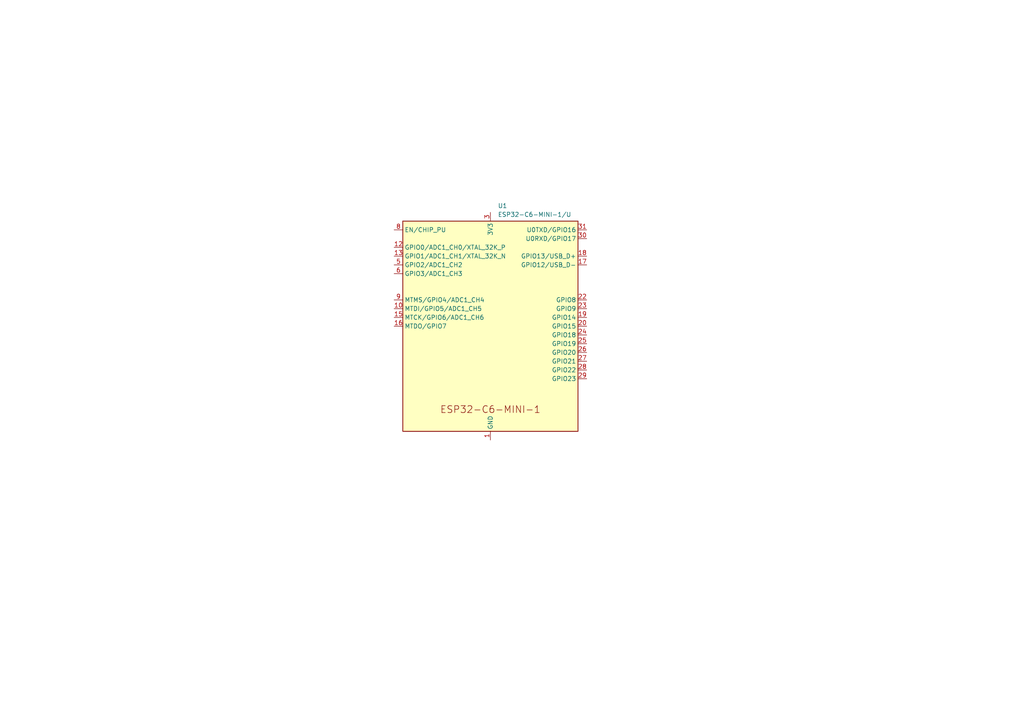
<source format=kicad_sch>
(kicad_sch (version 20250114) (generator "eeschema") (generator_version "9.0")
  (paper "A4")
  (lib_symbols
    (symbol "PCM_Espressif:ESP32-C6-MINI-1/U"
      (property "Reference" "U" (at -25.4 32.004 0))
      (property "Value" "ESP32-C6-MINI-1/U" (at 25.4 32.004 0))
      (symbol "ESP32-C6-MINI-1/U_0_0"
        (text "ESP32-C6-MINI-1" (at 0 -24.13 0) (effects (font (size 2 2))))
      )
      (symbol "ESP32-C6-MINI-1/U_0_1"
        (rectangle (start -25.4 30.48) (end 25.4 -30.48) (stroke (width 0.254)) (fill (type background)))
      )
      (symbol "ESP32-C6-MINI-1/U_1_1"
        (pin input line (at -27.94 27.94 0) (length 2.54) (name "EN/CHIP_PU") (number "8"))
        (pin bidirectional line (at -27.94 22.86 0) (length 2.54) (name "GPIO0/ADC1_CH0/XTAL_32K_P") (number "12"))
        (pin bidirectional line (at -27.94 20.32 0) (length 2.54) (name "GPIO1/ADC1_CH1/XTAL_32K_N") (number "13"))
        (pin bidirectional line (at -27.94 17.78 0) (length 2.54) (name "GPIO2/ADC1_CH2") (number "5"))
        (pin bidirectional line (at -27.94 15.24 0) (length 2.54) (name "GPIO3/ADC1_CH3") (number "6"))
        (pin bidirectional line (at -27.94 7.62 0) (length 2.54) (name "MTMS/GPIO4/ADC1_CH4") (number "9"))
        (pin bidirectional line (at -27.94 5.08 0) (length 2.54) (name "MTDI/GPIO5/ADC1_CH5") (number "10"))
        (pin bidirectional line (at -27.94 2.54 0) (length 2.54) (name "MTCK/GPIO6/ADC1_CH6") (number "15"))
        (pin bidirectional line (at -27.94 0 0) (length 2.54) (name "MTDO/GPIO7") (number "16"))
        (pin no_connect line (at -25.4 -5.08 0) (length 2.54) (hide yes) (name "NC") (number "4"))
        (pin no_connect line (at -25.4 -7.62 0) (length 2.54) (hide yes) (name "NC") (number "7"))
        (pin no_connect line (at -25.4 -10.16 0) (length 2.54) (hide yes) (name "NC") (number "21"))
        (pin no_connect line (at -25.4 -12.7 0) (length 2.54) (hide yes) (name "NC") (number "32"))
        (pin no_connect line (at -25.4 -15.24 0) (length 2.54) (hide yes) (name "NC") (number "33"))
        (pin no_connect line (at -25.4 -17.78 0) (length 2.54) (hide yes) (name "NC") (number "34"))
        (pin no_connect line (at -25.4 -20.32 0) (length 2.54) (hide yes) (name "NC") (number "35"))
        (pin power_in line (at 0 33.02 270) (length 2.54) (name "3V3") (number "3"))
        (pin power_in line (at 0 -33.02 90) (length 2.54) (name "GND") (number "1"))
        (pin passive line (at 0 -33.02 90) (length 2.54) (hide yes) (name "GND") (number "11"))
        (pin passive line (at 0 -33.02 90) (length 2.54) (hide yes) (name "GND") (number "14"))
        (pin passive line (at 0 -33.02 90) (length 2.54) (hide yes) (name "GND") (number "2"))
        (pin passive line (at 0 -33.02 90) (length 2.54) (hide yes) (name "GND") (number "36"))
        (pin passive line (at 0 -33.02 90) (length 2.54) (hide yes) (name "GND") (number "37"))
        (pin passive line (at 0 -33.02 90) (length 2.54) (hide yes) (name "GND") (number "38"))
        (pin passive line (at 0 -33.02 90) (length 2.54) (hide yes) (name "GND") (number "39"))
        (pin passive line (at 0 -33.02 90) (length 2.54) (hide yes) (name "GND") (number "40"))
        (pin passive line (at 0 -33.02 90) (length 2.54) (hide yes) (name "GND") (number "41"))
        (pin passive line (at 0 -33.02 90) (length 2.54) (hide yes) (name "GND") (number "42"))
        (pin passive line (at 0 -33.02 90) (length 2.54) (hide yes) (name "GND") (number "43"))
        (pin passive line (at 0 -33.02 90) (length 2.54) (hide yes) (name "GND") (number "44"))
        (pin passive line (at 0 -33.02 90) (length 2.54) (hide yes) (name "GND") (number "45"))
        (pin passive line (at 0 -33.02 90) (length 2.54) (hide yes) (name "GND") (number "46"))
        (pin passive line (at 0 -33.02 90) (length 2.54) (hide yes) (name "GND") (number "47"))
        (pin passive line (at 0 -33.02 90) (length 2.54) (hide yes) (name "GND") (number "48"))
        (pin passive line (at 0 -33.02 90) (length 2.54) (hide yes) (name "GND") (number "49"))
        (pin passive line (at 0 -33.02 90) (length 2.54) (hide yes) (name "GND") (number "50"))
        (pin passive line (at 0 -33.02 90) (length 2.54) (hide yes) (name "GND") (number "51"))
        (pin passive line (at 0 -33.02 90) (length 2.54) (hide yes) (name "GND") (number "52"))
        (pin passive line (at 0 -33.02 90) (length 2.54) (hide yes) (name "GND") (number "53"))
        (pin bidirectional line (at 27.94 27.94 180) (length 2.54) (name "U0TXD/GPIO16") (number "31"))
        (pin bidirectional line (at 27.94 25.4 180) (length 2.54) (name "U0RXD/GPIO17") (number "30"))
        (pin bidirectional line (at 27.94 20.32 180) (length 2.54) (name "GPIO13/USB_D+") (number "18"))
        (pin bidirectional line (at 27.94 17.78 180) (length 2.54) (name "GPIO12/USB_D-") (number "17"))
        (pin bidirectional line (at 27.94 7.62 180) (length 2.54) (name "GPIO8") (number "22"))
        (pin bidirectional line (at 27.94 5.08 180) (length 2.54) (name "GPIO9") (number "23"))
        (pin bidirectional line (at 27.94 2.54 180) (length 2.54) (name "GPIO14") (number "19"))
        (pin bidirectional line (at 27.94 0 180) (length 2.54) (name "GPIO15") (number "20"))
        (pin bidirectional line (at 27.94 -2.54 180) (length 2.54) (name "GPIO18") (number "24"))
        (pin bidirectional line (at 27.94 -5.08 180) (length 2.54) (name "GPIO19") (number "25"))
        (pin bidirectional line (at 27.94 -7.62 180) (length 2.54) (name "GPIO20") (number "26"))
        (pin bidirectional line (at 27.94 -10.16 180) (length 2.54) (name "GPIO21") (number "27"))
        (pin bidirectional line (at 27.94 -12.7 180) (length 2.54) (name "GPIO22") (number "28"))
        (pin bidirectional line (at 27.94 -15.24 180) (length 2.54) (name "GPIO23") (number "29"))
      )
    )
  )
  (symbol (lib_id "PCM_Espressif:ESP32-C6-MINI-1/U") (at 142.24 94.615 0) (unit 1)
    (property "Reference" "U1" (at 144.3833 59.69 0) (effects (justify left)))
    (property "Value" "ESP32-C6-MINI-1/U" (at 144.3833 62.23 0) (effects (justify left)))
    (property "Footprint" "PCM_Espressif:ESP32-C6-MINI-1" (effects (hide yes)))
    (property "Datasheet" "https://www.espressif.com/sites/default/files/documentation/esp32-c6-mini-1_datasheet_en.pdf" (effects (hide yes)))
    (property "Description" "ESP32-C6-MINI-1 is a module that supports 2.4 GHz Wi-Fi 6 (802.11 ax), Bluetooth® 5 (LE), Zigbee and Thread (802.15.4)" (effects (hide yes)))
  )
)
</source>
